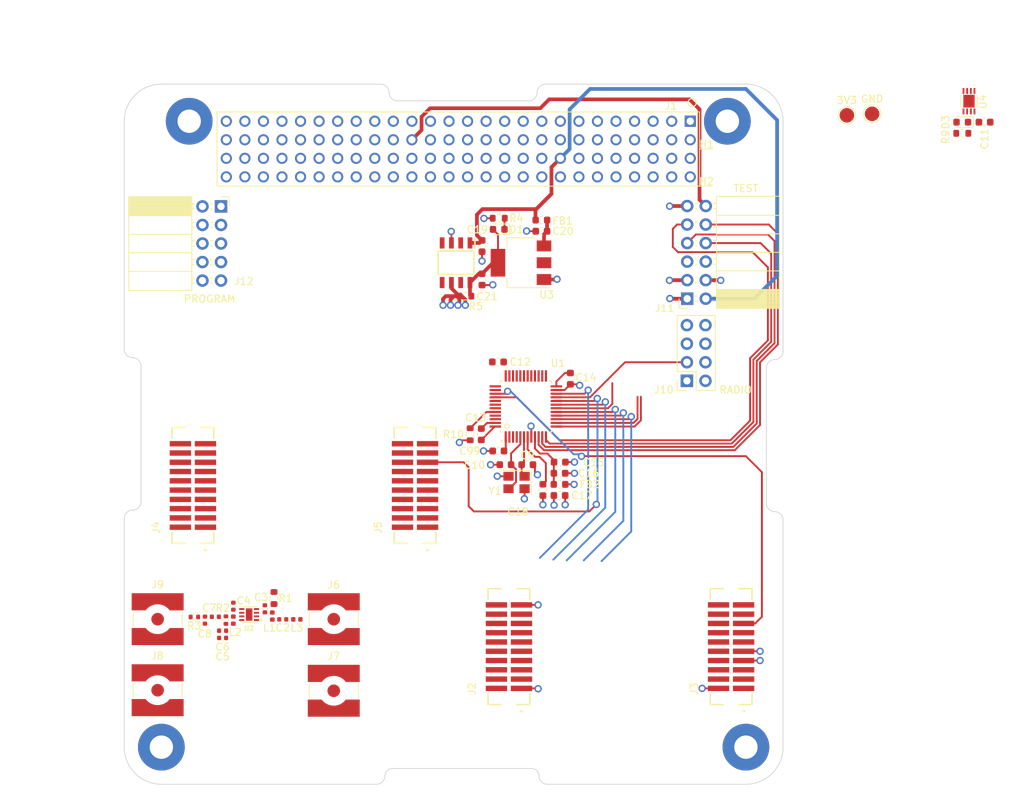
<source format=kicad_pcb>
(kicad_pcb (version 20211014) (generator pcbnew)
  (layers (0 "F.Cu" signal) (1 "In1.Cu" signal) (2 "In2.Cu" signal) (31 "B.Cu" signal) (34 "B.Paste" user) (35 "F.Paste" user) (36 "B.SilkS" user "B.Silkscreen") (37 "F.SilkS" user "F.Silkscreen") (38 "B.Mask" user) (39 "F.Mask" user) (44 "Edge.Cuts" user))
  (net 0 "")
  (net 5 "Net-(C2-Pad1)")
  (net 6 "/RF Front End (Tx & Rx)/EM-TO-AMP")
  (net 7 "Net-(C2-Pad2)")
  (net 8 "Net-(C3-Pad1)")
  (net 36 "GND")
  (net 45 "I2C2-SCK")
  (net 47 "I2C1-SDA")
  (net 61 "AMP-ENABLE")
  (net 64 "+3V3")
  (net 65 "Net-(C7-Pad1)")
  (net 67 "Net-(C7-Pad2)")
  (net 71 "XOSC_OUT")
  (net 93 "XOSC_IN")
  (net 96 "+3.3VA")
  (net 100 "/NRST")
  (net 101 "SW6-5V")
  (net 108 "VCC_3V3")
  (net 109 "Net-(D1-Pad1)")
  (net 110 "Net-(D3-Pad2)")
  (net 111 "COMM-TXD")
  (net 112 "COMM-RXD")
  (net 113 "COMM-CTS")
  (net 114 "COMM-RTS")
  (net 115 "5V0-CHG")
  (net 128 "SPI1-CSN-RX")
  (net 130 "SPI1-SCLK")
  (net 132 "SPI1-MOSI")
  (net 133 "SPI1-MISO")
  (net 134 "unconnected-(J3-Pad01)")
  (net 145 "RESET-RX")
  (net 163 "SPI1-CSN-TX")
  (net 177 "RESET-TX")
  (net 183 "/RF Front End (Tx & Rx)/RX-TO-EM")
  (net 184 "/RF Front End (Tx & Rx)/AMP-TO-EXT")
  (net 187 "CURR-MONITOR")
  (net 189 "/BOOT0")
  (net 191 "I2C2-SDA")
  (net 192 "TEMP-ALERT")
  (net 193 "Net-(C20-Pad1)")
  (net 194 "SPI2-CE")
  (net 195 "SPI2-SCLK")
  (net 196 "SPI2-MISO")
  (net 197 "SPI2-IRQ")
  (net 198 "SPI2-MOSI")
  (net 199 "SPI2-CSN")
  (net 200 "I2C1-SCK")
  (net 201 "SYS-GPIO2")
  (net 202 "SYS-GPIO1")
  (net 203 "SYS-GPIO4")
  (net 204 "SYS-GPIO3")
  (net 205 "GND-CHG")
  (net 206 "NRST")
  (net 209 "SWCLK")
  (net 210 "SWDIO")
  (footprint "Capacitor_SMD:C_0402_1005Metric" (layer "F.Cu") (at 124.1532 118.491 90)
    (fp_text reference "C4")
    (fp_text value "1000p")
  )
  (footprint "MountingHole:MountingHole_3.2mm_M3_Pad_TopBottom" (layer "F.Cu") (at 191.77 52.07)
    (fp_text reference "H2")
    (fp_text value "MountingHole_Pad")
  )
  (footprint "Capacitor_SMD:C_0402_1005Metric" (layer "F.Cu") (at 120.267 120.396 -90)
    (fp_text reference "C8")
    (fp_text value "1p8")
  )
  (footprint "Capacitor_SMD:C_0603_1608Metric" (layer "F.Cu") (at 226.9744 52.197)
    (fp_text reference "C11")
    (fp_text value "0.1uF")
  )
  (footprint "Capacitor_SMD:C_0402_1005Metric" (layer "F.Cu") (at 128.4712 118.8466 90)
    (fp_text reference "C3")
    (fp_text value "1000p")
  )
  (footprint "Capacitor_SMD:C_0603_1608Metric" (layer "F.Cu") (at 158.1908 73.7362 -90)
    (fp_text reference "C21")
    (fp_text value "22u")
  )
  (footprint "qset-footprints:SAMTEC_TFM-110-02-SM-D-A-K-TR" (layer "F.Cu") (at 161.8774 124.0282 90)
    (fp_text reference "J2")
    (fp_text value "TFM-110-02-SM-D-A-K-TR")
  )
  (footprint "Capacitor_SMD:C_0603_1608Metric" (layer "F.Cu") (at 164.3888 99.1108)
    (fp_text reference "C9")
    (fp_text value "10p")
  )
  (footprint "MountingHole:MountingHole_3.2mm_M3_Pad_TopBottom" (layer "F.Cu") (at 118.11 52.07)
    (fp_text reference "H1")
    (fp_text value "MountingHole_Pad")
  )
  (footprint "Inductor_SMD:L_0402_1005Metric" (layer "F.Cu") (at 124.1532 120.396 90)
    (fp_text reference "L2")
    (fp_text value "22n")
  )
  (footprint "Capacitor_SMD:C_0603_1608Metric" (layer "F.Cu") (at 160.4264 97.2312 180)
    (fp_text reference "C99")
    (fp_text value "100n")
  )
  (footprint "Capacitor_SMD:C_0603_1608Metric" (layer "F.Cu") (at 161.3916 99.1108 180)
    (fp_text reference "C10")
    (fp_text value "10p")
  )
  (footprint "MountingHole:MountingHole_3.2mm_M3_Pad_TopBottom" (layer "F.Cu") (at 114.3 137.795)
    (fp_text reference "H4")
    (fp_text value "MountingHole_Pad")
  )
  (footprint "Capacitor_SMD:C_0603_1608Metric" (layer "F.Cu") (at 166.3188 67.1322 180)
    (fp_text reference "C20")
    (fp_text value "22u")
  )
  (footprint "Resistor_SMD:R_0402_1005Metric" (layer "F.Cu") (at 123.1372 120.396 90)
    (fp_text reference "R2")
    (fp_text value "330")
  )
  (footprint "Capacitor_SMD:C_0603_1608Metric" (layer "F.Cu") (at 158.0896 94.9452 90)
    (fp_text reference "C13")
    (fp_text value "100n")
  )
  (footprint "Capacitor_SMD:C_0603_1608Metric" (layer "F.Cu") (at 168.8214 98.7552)
    (fp_text reference "C15")
    (fp_text value "10n")
  )
  (footprint "Capacitor_SMD:C_0402_1005Metric" (layer "F.Cu") (at 121.6894 119.9388 180)
    (fp_text reference "C7")
    (fp_text value "10p")
  )
  (footprint "Connector_Coaxial:SMA_Amphenol_132134-10_Vertical" (layer "F.Cu") (at 113.792 129.9972)
    (fp_text reference "J8")
    (fp_text value "Conn_Coaxial")
  )
  (footprint "TestPoint:TestPoint_Pad_D2.0mm" (layer "F.Cu") (at 211.582 51.054 180)
    (fp_text reference "TP2")
    (fp_text value "GND")
  )
  (footprint "LED_SMD:LED_0603_1608Metric" (layer "F.Cu") (at 160.4768 66.8782 180)
    (fp_text reference "D1")
    (fp_text value "LED")
  )
  (footprint "Capacitor_SMD:C_0603_1608Metric" (layer "F.Cu") (at 160.3756 85.0392)
    (fp_text reference "C12")
    (fp_text value "100n")
  )
  (footprint "Capacitor_SMD:C_0603_1608Metric" (layer "F.Cu") (at 168.7959 100.2792)
    (fp_text reference "C16")
    (fp_text value "1u")
  )
  (footprint "TestPoint:TestPoint_Pad_D2.0mm" (layer "F.Cu") (at 208.1276 51.2572 180)
    (fp_text reference "TP1")
    (fp_text value "3V3")
  )
  (footprint "qset-footprints:MCP9808T-E&slash_MC" (layer "F.Cu") (at 224.8408 49.3268 -90)
    (fp_text reference "U4")
    (fp_text value "MCP9808T-E/MC")
  )
  (footprint "Resistor_SMD:R_0603_1608Metric" (layer "F.Cu") (at 129.7158 117.3734 -90)
    (fp_text reference "R1")
    (fp_text value "9.1k")
  )
  (footprint "STM32_Breakout:SOIC127P600X175-8N" (layer "F.Cu") (at 154.6348 71.4502 -90)
    (fp_text reference "MAX4372F1")
    (fp_text value "MAX4372FESA+" hide)
  )
  (footprint "Capacitor_SMD:C_0603_1608Metric" (layer "F.Cu") (at 168.7959 103.3272 180)
    (fp_text reference "C17")
    (fp_text value "1u")
  )
  (footprint "Resistor_SMD:R_0603_1608Metric" (layer "F.Cu") (at 155.9048 76.0222 180)
    (fp_text reference "R5")
    (fp_text value "100m")
  )
  (footprint "Crystal:Crystal_SMD_3225-4Pin_3.2x2.5mm" (layer "F.Cu") (at 162.9156 101.5492 180)
    (fp_text reference "Y1")
    (fp_text value "16 MHz")
  )
  (footprint "Capacitor_SMD:C_0402_1005Metric" (layer "F.Cu") (at 122.68 121.8438 180)
    (fp_text reference "C6")
    (fp_text value "10p")
  )
  (footprint "Connector_Coaxial:SMA_Amphenol_132134-10_Vertical" (layer "F.Cu") (at 137.8966 120.269)
    (fp_text reference "J6")
    (fp_text value "Conn_Coaxial")
  )
  (footprint "Inductor_SMD:L_0603_1608Metric" (layer "F.Cu") (at 168.7959 101.8032)
    (fp_text reference "FB2")
    (fp_text value "100R @ 100MHz")
  )
  (footprint "Resistor_SMD:R_0603_1608Metric" (layer "F.Cu") (at 156.5656 94.9452 -90)
    (fp_text reference "R10")
    (fp_text value "10k")
  )
  (footprint "Connector_Coaxial:SMA_Amphenol_132134-10_Vertical" (layer "F.Cu") (at 113.792 120.269)
    (fp_text reference "J9")
    (fp_text value "Conn_Coaxial")
  )
  (footprint "Resistor_SMD:R_0402_1005Metric" (layer "F.Cu") (at 118.8192 119.9642 180)
    (fp_text reference "R3")
    (fp_text value "15")
  )
  (footprint "Inductor_SMD:L_0603_1608Metric" (layer "F.Cu") (at 166.3188 65.6082 180)
    (fp_text reference "FB1")
    (fp_text value "100R @ 100 MHz")
  )
  (footprint "pc104-template:pc104-connector" (layer "F.Cu") (at 156.21 54.61 -90)
    (fp_text reference "J1")
    (fp_text value "PC104_Connector")
  )
  (footprint "Capacitor_SMD:C_0603_1608Metric" (layer "F.Cu") (at 166.5224 102.5652 -90)
    (fp_text reference "C18")
    (fp_text value "100u")
  )
  (footprint "Capacitor_SMD:C_0402_1005Metric" (layer "F.Cu") (at 130.912 120.2944 180)
    (fp_text reference "C2")
    (fp_text value "20p")
  )
  (footprint "qset-footprints:SAMTEC_TFM-110-02-SM-D-A-K-TR" (layer "F.Cu") (at 118.618 101.9556 90)
    (fp_text reference "J4")
    (fp_text value "TFM-110-02-SM-D-A-K-TR")
  )
  (footprint "Connector_PinSocket_2.54mm:PinSocket_2x04_P2.54mm_Vertical" (layer "F.Cu") (at 186.2328 87.62 180)
    (fp_text reference "J10")
    (fp_text value "Radio Test Connector")
  )
  (footprint "Connector_Coaxial:SMA_Amphenol_132134-10_Vertical" (layer "F.Cu") (at 137.8966 130.0734)
    (fp_text reference "J7")
    (fp_text value "Conn_Coaxial")
  )
  (footprint "qset-footprints:SAMTEC_TFM-110-02-SM-D-A-K-TR" (layer "F.Cu") (at 149.0218 101.9556 90)
    (fp_text reference "J5")
    (fp_text value "TFM-110-02-SM-D-A-K-TR")
  )
  (footprint "Inductor_SMD:L_0402_1005Metric" (layer "F.Cu") (at 132.8424 120.2944 180)
    (fp_text reference "L3")
    (fp_text value "12n")
  )
  (footprint "qset-footprints:QFP50P900X900X160-48N" (layer "F.Cu") (at 164.1856 91.1352 90)
    (fp_text reference "U1")
    (fp_text value "STM32F030CCT6")
  )
  (footprint "MountingHole:MountingHole_3.2mm_M3_Pad_TopBottom" (layer "F.Cu") (at 194.31 137.795)
    (fp_text reference "H3")
    (fp_text value "MountingHole_Pad")
  )
  (footprint "Capacitor_SMD:C_0603_1608Metric" (layer "F.Cu") (at 158.1908 69.1642 -90)
    (fp_text reference "C19")
    (fp_text value "100n")
  )
  (footprint "Resistor_SMD:R_0603_1608Metric" (layer "F.Cu") (at 223.9264 53.721)
    (fp_text reference "R9")
    (fp_text value "2.2k")
  )
  (footprint "Connector_PinSocket_2.54mm:PinSocket_2x05_P2.54mm_Horizontal" (layer "F.Cu") (at 122.465 63.734)
    (fp_text reference "J12")
    (fp_text value "Programming Header")
  )
  (footprint "Package_TO_SOT_SMD:SOT-223-3_TabPin2" (layer "F.Cu") (at 163.5248 71.4502 180)
    (fp_text reference "U3")
    (fp_text value "AMS1117-3.3")
  )
  (footprint "Connector_PinSocket_2.54mm:PinSocket_2x06_P2.54mm_Horizontal" (layer "F.Cu") (at 186.272 76.3782 180)
    (fp_text reference "J11")
    (fp_text value "System Test Connector")
  )
  (footprint "qset-footprints:SAMTEC_TFM-110-02-SM-D-A-K-TR" (layer "F.Cu") (at 192.278 124.0282 90)
    (fp_text reference "J3")
    (fp_text value "TFM-110-02-SM-D-A-K-TR")
  )
  (footprint "Capacitor_SMD:C_0402_1005Metric" (layer "F.Cu") (at 122.68 122.8344 180)
    (fp_text reference "C5")
    (fp_text value "1000p")
  )
  (footprint "qset-footprints:SON50P200X200X80-9N" (layer "F.Cu") (at 126.3122 119.634 180)
    (fp_text reference "U2")
    (fp_text value "SKY67150-396LF")
  )
  (footprint "Resistor_SMD:R_0603_1608Metric" (layer "F.Cu") (at 160.4768 65.3542)
    (fp_text reference "R4")
    (fp_text value "1k5")
  )
  (footprint "Diode_SMD:D_0603_1608Metric" (layer "F.Cu") (at 223.9264 52.197 180)
    (fp_text reference "D3")
    (fp_text value "RED")
  )
  (footprint "Inductor_SMD:L_0402_1005Metric" (layer "F.Cu") (at 129.4872 119.8372 90)
    (fp_text reference "L1")
    (fp_text value "150n")
  )
  (footprint "Capacitor_SMD:C_0603_1608Metric" (layer "F.Cu") (at 170.2816 87.3252 -90)
    (fp_text reference "C14")
    (fp_text value "100n")
  )
  (gr_circle (center 186.944 49.53) (end 187.452 49.276) (layer "F.SilkS") (width 0.15) (fill none))
  (gr_arc (start 109.22 52.07) (mid 110.707898 48.477898) (end 114.3 46.99) (layer "Edge.Cuts") (width 0.1))
  (gr_arc (start 144.318223 46.99) (mid 145.126446 47.324777) (end 145.461223 48.133) (layer "Edge.Cuts") (width 0.1))
  (gr_line (start 199.39 83.566) (end 199.39 52.07) (layer "Edge.Cuts") (width 0.1))
  (gr_arc (start 110.363 84.455) (mid 111.171223 84.789777) (end 111.506 85.598) (layer "Edge.Cuts") (width 0.1))
  (gr_arc (start 109.22 106.472223) (mid 109.554777 105.664) (end 110.363 105.329223) (layer "Edge.Cuts") (width 0.1))
  (gr_line (start 146.604223 49.276) (end 164.592 49.276) (layer "Edge.Cuts") (width 0.1))
  (gr_arc (start 199.39 137.795) (mid 197.902102 141.387102) (end 194.31 142.875) (layer "Edge.Cuts") (width 0.1))
  (gr_arc (start 199.39 83.566) (mid 199.055223 84.374223) (end 198.247 84.709) (layer "Edge.Cuts") (width 0.1))
  (gr_line (start 114.3 46.99) (end 144.318223 46.99) (layer "Edge.Cuts") (width 0.1))
  (gr_line (start 109.22 106.472223) (end 109.22 137.795) (layer "Edge.Cuts") (width 0.1))
  (gr_arc (start 165.735 48.133) (mid 165.400223 48.941223) (end 164.592 49.276) (layer "Edge.Cuts") (width 0.1))
  (gr_arc (start 197.104 85.852) (mid 197.438777 85.043777) (end 198.247 84.709) (layer "Edge.Cuts") (width 0.1))
  (gr_arc (start 165.735 48.133) (mid 166.069777 47.324777) (end 166.878 46.99) (layer "Edge.Cuts") (width 0.1))
  (gr_line (start 166.878 46.99) (end 194.31 46.99) (layer "Edge.Cuts") (width 0.1))
  (gr_arc (start 167.132 142.875) (mid 166.323777 142.540223) (end 165.989 141.732) (layer "Edge.Cuts") (width 0.1))
  (gr_arc (start 198.247 105.537) (mid 197.438777 105.202223) (end 197.104 104.394) (layer "Edge.Cuts") (width 0.1))
  (gr_line (start 167.132 142.875) (end 194.31 142.875) (layer "Edge.Cuts") (width 0.1))
  (gr_line (start 197.104 104.394) (end 197.104 85.852) (layer "Edge.Cuts") (width 0.1))
  (gr_line (start 199.39 137.795) (end 199.39 106.68) (layer "Edge.Cuts") (width 0.1))
  (gr_line (start 114.3 142.875) (end 143.764 142.875) (layer "Edge.Cuts") (width 0.1))
  (gr_line (start 145.923 140.716) (end 164.973 140.716) (layer "Edge.Cuts") (width 0.1))
  (gr_arc (start 144.907 141.732) (mid 145.20458 141.01358) (end 145.923 140.716) (layer "Edge.Cuts") (width 0.1))
  (gr_arc (start 164.973 140.716) (mid 165.69142 141.01358) (end 165.989 141.732) (layer "Edge.Cuts") (width 0.1))
  (gr_arc (start 144.907 141.732) (mid 144.572223 142.540223) (end 143.764 142.875) (layer "Edge.Cuts") (width 0.1))
  (gr_arc (start 198.247 105.537) (mid 199.055223 105.871777) (end 199.39 106.68) (layer "Edge.Cuts") (width 0.1))
  (gr_arc (start 146.604223 49.276) (mid 145.796 48.941223) (end 145.461223 48.133) (layer "Edge.Cuts") (width 0.1))
  (gr_line (start 111.506 85.598) (end 111.506 104.186223) (layer "Edge.Cuts") (width 0.1))
  (gr_arc (start 111.506 104.186223) (mid 111.171223 104.994446) (end 110.363 105.329223) (layer "Edge.Cuts") (width 0.1))
  (gr_line (start 109.22 52.07) (end 109.22 83.312) (layer "Edge.Cuts") (width 0.1))
  (gr_arc (start 114.3 142.875) (mid 110.707898 141.387102) (end 109.22 137.795) (layer "Edge.Cuts") (width 0.1))
  (gr_arc (start 194.31 46.99) (mid 197.902102 48.477898) (end 199.39 52.07) (layer "Edge.Cuts") (width 0.1))
  (gr_arc (start 110.363 84.455) (mid 109.554777 84.120223) (end 109.22 83.312) (layer "Edge.Cuts") (width 0.1))
  (gr_text "RADIO" (at 192.8876 88.8492) (layer "F.SilkS") (effects (font (size 1 1))))
  (gr_text "TEST" (at 194.31 61.2648) (layer "F.SilkS") (effects (font (size 1 1))))
  (gr_text "PROGRAM" (at 120.904 76.4032) (layer "F.SilkS") (effects (font (size 1 1))))
  (segment (start 164.9356 93.8664) (end 164.8968 93.8276) (width 0.254) (layer "F.Cu") (net 36))
  (segment (start 188.812 73.8382) (end 190.8306 73.8382) (width 0.508) (layer "F.Cu") (net 36))
  (segment (start 166.5224 103.3402) (end 166.5224 104.5972) (width 0.254) (layer "F.Cu") (net 36))
  (segment (start 164.0156 102.3992) (end 164.0156 103.7512) (width 0.254) (layer "F.Cu") (net 36))
  (segment (start 168.0209 103.3272) (end 168.0209 104.6225) (width 0.254) (layer "F.Cu") (net 36))
  (segment (start 190.8306 73.8382) (end 190.8556 73.8632) (width 0.508) (layer "F.Cu") (net 36))
  (segment (start 186.272 73.8382) (end 183.8702 73.8382) (width 0.508) (layer "F.Cu") (net 36))
  (segment (start 169.5964 98.7552) (end 170.8404 98.7552) (width 0.254) (layer "F.Cu") (net 36))
  (segment (start 190.563 129.7432) (end 188.3156 129.7432) (width 0.254) (layer "F.Cu") (net 36))
  (segment (start 163.7194 118.1862) (end 163.5924 118.3132) (width 0.254) (layer "F.Cu") (net 36))
  (segment (start 163.7194 129.8702) (end 163.5924 129.7432) (width 0.254) (layer "F.Cu") (net 36))
  (segment (start 163.5924 129.7432) (end 165.8112 129.7432) (width 0.254) (layer "F.Cu") (net 36))
  (segment (start 171.4122 88.1002) (end 171.5516 88.2396) (width 0.254) (layer "F.Cu") (net 36))
  (segment (start 165.4308 99.2098) (end 165.4308 100.1372) (width 0.254) (layer "F.Cu") (net 36))
  (segment (start 170.2816 88.1002) (end 171.4122 88.1002) (width 0.254) (layer "F.Cu") (net 36))
  (segment (start 159.6514 97.2312) (end 158.3944 97.2312) (width 0.254) (layer "F.Cu") (net 36))
  (segment (start 158.1908 74.5112) (end 159.626 74.5112) (width 0.254) (layer "F.Cu") (net 36))
  (segment (start 164.0156 103.7512) (end 163.9824 103.7844) (width 0.254) (layer "F.Cu") (net 36))
  (segment (start 158.8746 93.3852) (end 158.0896 94.1702) (width 0.254) (layer "F.Cu") (net 36))
  (segment (start 158.4706 65.3542) (end 158.4452 65.3796) (width 0.254) (layer "F.Cu") (net 36))
  (segment (start 168.3656 88.8852) (end 169.4966 88.8852) (width 0.254) (layer "F.Cu") (net 36))
  (segment (start 160.2876 100.6992) (end 160.274 100.6856) (width 0.254) (layer "F.Cu") (net 36))
  (segment (start 165.5438 67.1322) (end 164.3126 67.1322) (width 0.254) (layer "F.Cu") (net 36))
  (segment (start 161.8156 100.6992) (end 160.2876 100.6992) (width 0.254) (layer "F.Cu") (net 36))
  (segment (start 160.0056 93.3852) (end 158.8746 93.3852) (width 0.254) (layer "F.Cu") (net 36))
  (segment (start 163.5924 118.3132) (end 165.862 118.3132) (width 0.254) (layer "F.Cu") (net 36))
  (segment (start 159.626 74.5112) (end 159.6644 74.4728) (width 0.254) (layer "F.Cu") (net 36))
  (segment (start 169.5709 100.2792) (end 170.8404 100.2792) (width 0.254) (layer "F.Cu") (net 36))
  (segment (start 153.9998 68.7382) (end 153.9998 67.1826) (width 0.254) (layer "F.Cu") (net 36))
  (segment (start 159.6518 65.3542) (end 158.4706 65.3542) (width 0.254) (layer "F.Cu") (net 36))
  (segment (start 164.9356 95.3152) (end 164.9356 93.8664) (width 0.254) (layer "F.Cu") (net 36))
  (segment (start 158.1908 69.9392) (end 158.1908 71.2212) (width 0.254) (layer "F.Cu") (net 36))
  (segment (start 168.4134 73.7502) (end 168.4528 73.7108) (width 0.508) (layer "F.Cu") (net 36))
  (segment (start 156.5656 95.7702) (end 155.385 95.7702) (width 0.254) (layer "F.Cu") (net 36))
  (segment (start 165.8112 129.7432) (end 165.862 129.794) (width 0.254) (layer "F.Cu") (net 36))
  (segment (start 165.4308 100.1372) (end 165.7734 100.4798) (width 0.254) (layer "F.Cu") (net 36))
  (segment (start 153.9998 67.1826) (end 153.9748 67.1576) (width 0.254) (layer "F.Cu") (net 36))
  (segment (start 155.385 95.7702) (end 155.0924 96.0628) (width 0.254) (layer "F.Cu") (net 36))
  (segment (start 168.0209 104.6225) (end 168.0464 104.648) (width 0.254) (layer "F.Cu") (net 36))
  (segment (start 164.3126 67.1322) (end 164.2872 67.1068) (width 0.254) (layer "F.Cu") (net 36))
  (segment (start 160.6166 99.1108) (end 159.3596 99.1108) (width 0.254) (layer "F.Cu") (net 36))
  (segment (start 169.4966 88.8852) (end 170.2816 88.1002) (width 0.254) (layer "F.Cu") (net 36))
  (segment (start 158.1908 71.2212) (end 158.1912 71.2216) (width 0.254) (layer "F.Cu") (net 36))
  (segment (start 166.6748 73.7502) (end 168.4134 73.7502) (width 0.508) (layer "F.Cu") (net 36))
  (segment (start 183.8702 73.8382) (end 183.8452 73.8632) (width 0.508) (layer "F.Cu") (net 36))
  (via (at 165.862 129.794) (size 1) (drill 0.6) (layers "F.Cu" "B.Cu") (net 36))
  (via (at 153.9748 67.1576) (size 1) (drill 0.6) (layers "F.Cu" "B.Cu") (net 36))
  (via (at 163.9824 103.7844) (size 1) (drill 0.6) (layers "F.Cu" "B.Cu") (net 36))
  (via (at 164.2872 67.1068) (size 1) (drill 0.6) (layers "F.Cu" "B.Cu") (net 36))
  (via (at 155.0924 96.0628) (size 1) (drill 0.6) (layers "F.Cu" "B.Cu") (net 36))
  (via (at 183.8452 73.8632) (size 1) (drill 0.6) (layers "F.Cu" "B.Cu") (net 36))
  (via (at 159.6644 74.4728) (size 1) (drill 0.6) (layers "F.Cu" "B.Cu") (net 36))
  (via (at 159.3596 99.1108) (size 1) (drill 0.6) (layers "F.Cu" "B.Cu") (net 36))
  (via (at 188.3156 129.7432) (size 1) (drill 0.6) (layers "F.Cu" "B.Cu") (net 36))
  (via (at 166.5224 104.5972) (size 1) (drill 0.6) (layers "F.Cu" "B.Cu") (net 36))
  (via (at 158.3944 97.2312) (size 1) (drill 0.6) (layers "F.Cu" "B.Cu") (net 36))
  (via (at 171.5516 88.2396) (size 1) (drill 0.6) (layers "F.Cu" "B.Cu") (net 36))
  (via (at 170.8404 98.7552) (size 1) (drill 0.6) (layers "F.Cu" "B.Cu") (net 36))
  (via (at 158.1912 71.2216) (size 1) (drill 0.6) (layers "F.Cu" "B.Cu") (net 36))
  (via (at 158.4452 65.3796) (size 1) (drill 0.6) (layers "F.Cu" "B.Cu") (net 36))
  (via (at 165.862 118.3132) (size 1) (drill 0.6) (layers "F.Cu" "B.Cu") (net 36))
  (via (at 168.4528 73.7108) (size 1) (drill 0.6) (layers "F.Cu" "B.Cu") (net 36))
  (via (at 160.274 100.6856) (size 1) (drill 0.6) (layers "F.Cu" "B.Cu") (net 36))
  (via (at 164.8968 93.8276) (size 1) (drill 0.6) (layers "F.Cu" "B.Cu") (net 36))
  (via (at 168.0464 104.648) (size 1) (drill 0.6) (layers "F.Cu" "B.Cu") (net 36))
  (via (at 165.7734 100.4798) (size 1) (drill 0.6) (layers "F.Cu" "B.Cu") (net 36))
  (via (at 190.8556 73.8632) (size 1) (drill 0.6) (layers "F.Cu" "B.Cu") (net 36))
  (via (at 170.8404 100.2792) (size 1) (drill 0.6) (layers "F.Cu" "B.Cu") (net 36))
  (segment (start 172.2348 89.3852) (end 172.72 88.9) (width 0.254) (layer "F.Cu") (net 61))
  (segment (start 168.3656 89.3852) (end 172.2348 89.3852) (width 0.254) (layer "F.Cu") (net 61))
  (via (at 172.72 88.9) (size 1) (drill 0.6) (layers "F.Cu" "B.Cu") (net 61))
  (segment (start 172.72 88.9) (end 172.72 105.2576) (width 0.254) (layer "B.Cu") (net 61))
  (segment (start 172.72 105.2576) (end 166.116 111.8616) (width 0.254) (layer "B.Cu") (net 61))
  (segment (start 153.2128 76.0476) (end 152.8572 76.4032) (width 0.508) (layer "F.Cu") (net 64))
  (segment (start 153.9998 74.9422) (end 153.9998 74.1622) (width 0.508) (layer "F.Cu") (net 64))
  (segment (start 169.5709 101.8157) (end 169.5834 101.8032) (width 0.254) (layer "F.Cu") (net 64))
  (segment (start 153.8732 76.5048) (end 153.8732 77.2668) (width 0.508) (layer "F.Cu") (net 64))
  (segment (start 155.0798 76.0222) (end 154.3558 76.0222) (width 0.508) (layer "F.Cu") (net 64))
  (segment (start 153.924 76.454) (end 153.8732 76.5048) (width 0.508) (layer "F.Cu") (net 64))
  (segment (start 155.9052 76.5048) (end 155.9052 77.2668) (width 0.508) (layer "F.Cu") (net 64))
  (segment (start 159.9246 93.8852) (end 158.0896 95.7202) (width 0.254) (layer "F.Cu") (net 64))
  (segment (start 168.3656 88.3852) (end 168.3656 87.7172) (width 0.254) (layer "F.Cu") (net 64))
  (segment (start 155.0798 76.0222) (end 153.2382 76.0222) (width 0.508) (layer "F.Cu") (net 64))
  (segment (start 169.5326 86.5502) (end 170.2816 86.5502) (width 0.254) (layer "F.Cu") (net 64))
  (segment (start 155.0798 77.0762) (end 154.8892 77.2668) (width 0.508) (layer "F.Cu") (net 64))
  (segment (start 160.0056 93.8852) (end 159.9246 93.8852) (width 0.254) (layer "F.Cu") (net 64))
  (segment (start 155.0798 76.0222) (end 155.4226 76.0222) (width 0.508) (layer "F.Cu") (net 64))
  (segment (start 186.272 76.3782) (end 183.9218 76.3782) (width 0.508) (layer "F.Cu") (net 64))
  (segment (start 169.5709 103.3272) (end 169.5709 104.5967) (width 0.254) (layer "F.Cu") (net 64))
  (segment (start 161.4356 96.997) (end 161.2014 97.2312) (width 0.254) (layer "F.Cu") (net 64))
  (segment (start 152.8572 76.4032) (end 152.8572 77.2668) (width 0.508) (layer "F.Cu") (net 64))
  (segment (start 169.5834 101.8032) (end 170.7896 101.8032) (width 0.254) (layer "F.Cu") (net 64))
  (segment (start 193.993 125.9332) (end 196.2404 125.9332) (width 0.254) (layer "F.Cu") (net 64))
  (segment (start 153.2382 76.0222) (end 153.2128 76.0476) (width 0.508) (layer "F.Cu") (net 64))
  (segment (start 155.0798 76.0222) (end 155.0798 77.0762) (width 0.508) (layer "F.Cu") (net 64))
  (segment (start 169.5709 104.5967) (end 169.5704 104.5972) (width 0.254) (layer "F.Cu") (net 64))
  (segment (start 154.3558 76.0222) (end 153.924 76.454) (width 0.508) (layer "F.Cu") (net 64))
  (segment (start 155.8036 76.4032) (end 155.9052 76.5048) (width 0.508) (layer "F.Cu") (net 64))
  (segment (start 161.4356 95.3152) (end 161.4356 96.997) (width 0.254) (layer "F.Cu") (net 64))
  (segment (start 193.993 124.6632) (end 196.2404 124.6632) (width 0.254) (layer "F.Cu") (net 64))
  (segment (start 155.4226 76.0222) (end 155.8036 76.4032) (width 0.508) (layer "F.Cu") (net 64))
  (segment (start 183.9218 76.3782) (end 183.896 76.3524) (width 0.508) (layer "F.Cu") (net 64))
  (segment (start 168.3656 87.7172) (end 169.5326 86.5502) (width 0.254) (layer "F.Cu") (net 64))
  (segment (start 155.0798 76.0222) (end 153.9998 74.9422) (width 0.508) (layer "F.Cu") (net 64))
  (via (at 153.8732 77.2668) (size 1) (drill 0.6) (layers "F.Cu" "B.Cu") (net 64))
  (via (at 170.7896 101.8032) (size 1) (drill 0.6) (layers "F.Cu" "B.Cu") (net 64))
  (via (at 183.896 76.3524) (size 1) (drill 0.6) (layers "F.Cu" "B.Cu") (net 64))
  (via (at 154.8892 77.2668) (size 1) (drill 0.6) (layers "F.Cu" "B.Cu") (net 64))
  (via (at 169.5704 104.5972) (size 1) (drill 0.6) (layers "F.Cu" "B.Cu") (net 64))
  (via (at 155.9052 77.2668) (size 1) (drill 0.6) (layers "F.Cu" "B.Cu") (net 64))
  (via (at 196.2404 124.6632) (size 1) (drill 0.6) (layers "F.Cu" "B.Cu") (net 64))
  (via (at 152.8572 77.2668) (size 1) (drill 0.6) (layers "F.Cu" "B.Cu") (net 64))
  (via (at 196.2404 125.9332) (size 1) (drill 0.6) (layers "F.Cu" "B.Cu") (net 64))
  (segment (start 163.6138 100.2974) (end 164.0156 100.6992) (width 0.254) (layer "F.Cu") (net 71))
  (segment (start 163.6438 98.9728) (end 163.8808 99.2098) (width 0.254) (layer "F.Cu") (net 71))
  (segment (start 163.9356 95.3152) (end 163.9356 98.789) (width 0.254) (layer "F.Cu") (net 71))
  (segment (start 163.9356 98.789) (end 163.6138 99.1108) (width 0.254) (layer "F.Cu") (net 71))
  (segment (start 163.6138 99.1108) (end 163.6138 100.2974) (width 0.254) (layer "F.Cu") (net 71))
  (segment (start 163.8808 100.5618) (end 164.2188 100.8998) (width 0.254) (layer "F.Cu") (net 71))
  (segment (start 163.4356 96.3048) (end 162.1666 97.5738) (width 0.254) (layer "F.Cu") (net 93))
  (segment (start 162.1666 99.1108) (end 162.2044 99.1108) (width 0.254) (layer "F.Cu") (net 93))
  (segment (start 162.2044 99.1108) (end 162.8426 99.749) (width 0.254) (layer "F.Cu") (net 93))
  (segment (start 162.3698 99.1968) (end 162.3828 99.2098) (width 0.254) (layer "F.Cu") (net 93))
  (segment (start 161.9156 102.3992) (end 161.8156 102.3992) (width 0.254) (layer "F.Cu") (net 93))
  (segment (start 162.0832 102.6642) (end 162.0188 102.5998) (width 0.254) (layer "F.Cu") (net 93))
  (segment (start 162.8426 99.749) (end 162.8426 101.4722) (width 0.254) (layer "F.Cu") (net 93))
  (segment (start 162.1666 97.5738) (end 162.1666 99.1108) (width 0.254) (layer "F.Cu") (net 93))
  (segment (start 163.4356 95.3152) (end 163.4356 96.3048) (width 0.254) (layer "F.Cu") (net 93))
  (segment (start 162.8426 101.4722) (end 161.9156 102.3992) (width 0.254) (layer "F.Cu") (net 93))
  (segment (start 165.4356 96.9064) (end 166.1096 97.5804) (width 0.254) (layer "F.Cu") (net 96))
  (segment (start 168.0464 98.4948) (end 168.0464 98.7552) (width 0.254) (layer "F.Cu") (net 96))
  (segment (start 168.0209 98.7807) (end 168.0464 98.7552) (width 0.254) (layer "F.Cu") (net 96))
  (segment (start 168.0084 100.2917) (end 168.0209 100.2792) (width 0.254) (layer "F.Cu") (net 96))
  (segment (start 166.1096 97.5804) (end 167.132 97.5804) (width 0.254) (layer "F.Cu") (net 96))
  (segment (start 165.4356 95.3152) (end 165.4356 96.9064) (width 0.254) (layer "F.Cu") (net 96))
  (segment (start 167.132 97.5804) (end 168.0464 98.4948) (width 0.254) (layer "F.Cu") (net 96))
  (segment (start 168.0209 100.2792) (end 168.0209 98.7807) (width 0.254) (layer "F.Cu") (net 96))
  (segment (start 168.0084 101.8032) (end 168.0084 100.2917) (width 0.254) (layer "F.Cu") (net 96))
  (segment (start 165.446 98.0344) (end 166.0652 98.0344) (width 0.254) (layer "F.Cu") (net 100))
  (segment (start 166.9288 98.898) (end 166.9288 101.3838) (width 0.254) (layer "F.Cu") (net 100))
  (segment (start 166.0652 98.0344) (end 166.9288 98.898) (width 0.254) (layer "F.Cu") (net 100))
  (segment (start 164.4356 97.024) (end 165.446 98.0344) (width 0.254) (layer "F.Cu") (net 100))
  (segment (start 164.4356 95.3152) (end 164.4356 97.024) (width 0.254) (layer "F.Cu") (net 100))
  (segment (start 166.9288 101.3838) (end 166.5224 101.7902) (width 0.254) (layer "F.Cu") (net 100))
  (segment (start 165.5064 64.2112) (end 165.5064 65.5833) (width 0.508) (layer "F.Cu") (net 101))
  (segment (start 165.5064 65.5833) (end 165.5313 65.6082) (width 0.508) (layer "F.Cu") (net 101))
  (segment (start 157.4912 64.8604) (end 158.242 64.1096) (width 0.508) (layer "F.Cu") (net 101))
  (segment (start 158.242 64.1096) (end 165.608 64.1096) (width 0.508) (layer "F.Cu") (net 101))
  (segment (start 158.1908 68.3892) (end 157.4912 67.6896) (width 0.508) (layer "F.Cu") (net 101))
  (segment (start 167.694 62.0236) (end 165.5064 64.2112) (width 0.508) (layer "F.Cu") (net 101))
  (segment (start 157.8418 68.7382) (end 158.1908 68.3892) (width 0.508) (layer "F.Cu") (net 101))
  (segment (start 157.4912 67.6896) (end 157.4912 64.8604) (width 0.508) (layer "F.Cu") (net 101))
  (segment (start 165.608 64.1096) (end 167.694 62.0236) (width 0.508) (layer "F.Cu") (net 101))
  (segment (start 156.5398 68.7382) (end 157.8418 68.7382) (width 0.508) (layer "F.Cu") (net 101))
  (segment (start 168.91 57.15) (end 167.694 58.366) (width 0.508) (layer "F.Cu") (net 101))
  (segment (start 167.694 58.366) (end 167.694 62.0236) (width 0.508) (layer "F.Cu") (net 101))
  (segment (start 198.5772 73.2536) (end 198.5772 51.9176) (width 0.508) (layer "B.Cu") (net 101))
  (segment (start 194.31 47.6504) (end 172.973289 47.6504) (width 0.508) (layer "B.Cu") (net 101))
  (segment (start 188.812 76.3782) (end 195.4526 76.3782) (width 0.508) (layer "B.Cu") (net 101))
  (segment (start 195.4526 76.3782) (end 198.5772 73.2536) (width 0.508) (layer "B.Cu") (net 101))
  (segment (start 172.973289 47.6504) (end 170.18 50.443689) (width 0.508) (layer "B.Cu") (net 101))
  (segment (start 170.18 55.88) (end 168.91 57.15) (width 0.508) (layer "B.Cu") (net 101))
  (segment (start 198.5772 51.9176) (end 194.31 47.6504) (width 0.508) (layer "B.Cu") (net 101))
  (segment (start 170.18 50.443689) (end 170.18 55.88) (width 0.508) (layer "B.Cu") (net 101))
  (segment (start 160.3748 67.5637) (end 160.3748 71.4502) (width 0.254) (layer "F.Cu") (net 108))
  (segment (start 156.5398 75.8322) (end 156.7298 76.0222) (width 0.508) (layer "F.Cu") (net 108))
  (segment (start 157.7408 72.9612) (end 156.5398 74.1622) (width 0.508) (layer "F.Cu") (net 108))
  (segment (start 158.1908 72.9612) (end 157.7408 72.9612) (width 0.508) (layer "F.Cu") (net 108))
  (segment (start 160.3748 71.4502) (end 159.7018 71.4502) (width 0.508) (layer "F.Cu") (net 108))
  (segment (start 159.7018 71.4502) (end 158.1908 72.9612) (width 0.508) (layer "F.Cu") (net 108))
  (segment (start 156.5398 74.1622) (end 156.5398 75.8322) (width 0.508) (layer "F.Cu") (net 108))
  (segment (start 159.6893 66.8782) (end 160.3748 67.5637) (width 0.254) (layer "F.Cu") (net 108))
  (segment (start 161.2643 65.3917) (end 161.3018 65.3542) (width 0.254) (layer "F.Cu") (net 109))
  (segment (start 161.2643 66.8782) (end 161.2643 65.3917) (width 0.254) (layer "F.Cu") (net 109))
  (segment (start 178.929222 93.3852) (end 179.286411 93.028011) (width 0.254) (layer "F.Cu") (net 113))
  (segment (start 168.3656 93.3852) (end 178.768748 93.3852) (width 0.254) (layer "F.Cu") (net 113))
  (segment (start 179.4764 92.838022) (end 179.4764 89.8144) (width 0.254) (layer "F.Cu") (net 113))
  (segment (start 179.286411 93.028011) (end 179.4764 92.838022) (width 0.254) (layer "F.Cu") (net 113))
  (segment (start 178.768748 93.3852) (end 178.929222 93.3852) (width 0.254) (layer "F.Cu") (net 113))
  (segment (start 168.3656 93.8852) (end 178.9108 93.8852) (width 0.254) (layer "F.Cu") (net 114))
  (segment (start 178.9108 93.8852) (end 179.071274 93.8852) (width 0.254) (layer "F.Cu") (net 114))
  (segment (start 179.9336 93.022874) (end 179.9336 92.6592) (width 0.254) (layer "F.Cu") (net 114))
  (segment (start 179.071274 93.8852) (end 179.9336 93.022874) (width 0.254) (layer "F.Cu") (net 114))
  (segment (start 179.9336 92.6592) (end 179.9304 92.656) (width 0.254) (layer "F.Cu") (net 114))
  (segment (start 179.9304 92.656) (end 179.9304 89.8144) (width 0.254) (layer "F.Cu") (net 114))
  (segment (start 167.386 49.0728) (end 166.1668 50.292) (width 0.508) (layer "F.Cu") (net 115))
  (segment (start 149.914 53.286) (end 148.59 54.61) (width 0.508) (layer "F.Cu") (net 115))
  (segment (start 188.812 63.6782) (end 187.962 62.8282) (width 0.508) (layer "F.Cu") (net 115))
  (segment (start 151.0792 50.292) (end 149.914 51.4572) (width 0.508) (layer "F.Cu") (net 115))
  (segment (start 186.589111 49.0728) (end 167.386 49.0728) (width 0.508) (layer "F.Cu") (net 115))
  (segment (start 149.914 51.4572) (end 149.914 53.286) (width 0.508) (layer "F.Cu") (net 115))
  (segment (start 166.1668 50.292) (end 151.0792 50.292) (width 0.508) (layer "F.Cu") (net 115))
  (segment (start 187.962 62.8282) (end 187.962 50.445689) (width 0.508) (layer "F.Cu") (net 115))
  (segment (start 187.962 50.445689) (end 186.589111 49.0728) (width 0.508) (layer "F.Cu") (net 115))
  (segment (start 174.697795 90.8852) (end 175.067398 90.515597) (width 0.254) (layer "F.Cu") (net 128))
  (segment (start 168.3656 90.8852) (end 174.697795 90.8852) (width 0.254) (layer "F.Cu") (net 128))
  (via (at 175.067398 90.515597) (size 1) (drill 0.6) (layers "F.Cu" "B.Cu") (net 128))
  (segment (start 175.067398 90.515597) (end 175.0568 90.526195) (width 0.254) (layer "B.Cu") (net 128))
  (segment (start 175.0568 90.526195) (end 175.0568 92.456) (width 0.254) (layer "B.Cu") (net 128))
  (segment (start 175.0568 105.0036) (end 167.9448 112.1156) (width 0.254) (layer "B.Cu") (net 128))
  (segment (start 175.0568 92.456) (end 175.0568 105.0036) (width 0.254) (layer "B.Cu") (net 128))
  (segment (start 168.3656 92.8852) (end 178.259667 92.8852) (width 0.254) (layer "F.Cu") (net 130))
  (segment (start 178.259667 92.8852) (end 178.613471 92.531396) (width 0.254) (layer "F.Cu") (net 130))
  (via (at 178.613471 92.531396) (size 1) (drill 0.6) (layers "F.Cu" "B.Cu") (net 130))
  (segment (start 178.613471 92.531396) (end 178.6128 92.532067) (width 0.254) (layer "B.Cu") (net 130))
  (segment (start 178.6128 92.532067) (end 178.6128 93.9292) (width 0.254) (layer "B.Cu") (net 130))
  (segment (start 178.6128 93.9292) (end 178.6128 108.2548) (width 0.254) (layer "B.Cu") (net 130))
  (segment (start 178.6128 108.2548) (end 174.5488 112.3188) (width 0.254) (layer "B.Cu") (net 130))
  (segment (start 176.085248 91.8852) (end 176.428624 91.541824) (width 0.254) (layer "F.Cu") (net 132))
  (segment (start 168.3656 91.8852) (end 176.085248 91.8852) (width 0.254) (layer "F.Cu") (net 132))
  (via (at 176.428624 91.541824) (size 1) (drill 0.6) (layers "F.Cu" "B.Cu") (net 132))
  (segment (start 176.4284 91.542048) (end 176.4284 92.456) (width 0.254) (layer "B.Cu") (net 132))
  (segment (start 176.428624 91.541824) (end 176.4284 91.542048) (width 0.254) (layer "B.Cu") (net 132))
  (segment (start 176.4284 92.456) (end 176.4284 105.5624) (width 0.254) (layer "B.Cu") (net 132))
  (segment (start 176.4284 105.5624) (end 169.7736 112.2172) (width 0.254) (layer "B.Cu") (net 132))
  (segment (start 177.160208 92.3852) (end 177.531189 92.014219) (width 0.254) (layer "F.Cu") (net 133))
  (segment (start 168.3656 92.3852) (end 177.160208 92.3852) (width 0.254) (layer "F.Cu") (net 133))
  (via (at 177.531189 92.014219) (size 1) (drill 0.6) (layers "F.Cu" "B.Cu") (net 133))
  (segment (start 177.531189 106.796411) (end 172.1104 112.2172) (width 0.254) (layer "B.Cu") (net 133))
  (segment (start 177.531189 92.014219) (end 177.531189 106.796411) (width 0.254) (layer "B.Cu") (net 133))
  (segment (start 194.3354 129.6162) (end 194.4624 129.7432) (width 0.254) (layer "F.Cu") (net 134))
  (segment (start 161.3699 89.3852) (end 161.6964 89.0587) (width 0.254) (layer "F.Cu") (net 145))
  (segment (start 196.4944 100.1268) (end 196.4944 119.9388) (width 0.254) (layer "F.Cu") (net 145))
  (segment (start 171.8056 97.9529) (end 171.8161 97.9424) (width 0.254) (layer "F.Cu") (net 145))
  (segment (start 171.8161 97.9424) (end 194.31 97.9424) (width 0.254) (layer "F.Cu") (net 145))
  (segment (start 195.58 120.8532) (end 193.993 120.8532) (width 0.254) (layer "F.Cu") (net 145))
  (segment (start 194.31 97.9424) (end 196.4944 100.1268) (width 0.254) (layer "F.Cu") (net 145))
  (segment (start 196.4944 119.9388) (end 195.58 120.8532) (width 0.254) (layer "F.Cu") (net 145))
  (segment (start 160.0056 89.3852) (end 161.3699 89.3852) (width 0.254) (layer "F.Cu") (net 145))
  (via (at 171.8056 97.9529) (size 1) (drill 0.6) (layers "F.Cu" "B.Cu") (net 145))
  (via (at 161.6964 89.0587) (size 1) (drill 0.6) (layers "F.Cu" "B.Cu") (net 145))
  (segment (start 170.7388 97.6884) (end 171.5411 97.6884) (width 0.254) (layer "B.Cu") (net 145))
  (segment (start 167.4876 94.4372) (end 170.7388 97.6884) (width 0.254) (layer "B.Cu") (net 145))
  (segment (start 171.5411 97.6884) (end 171.8056 97.9529) (width 0.254) (layer "B.Cu") (net 145))
  (segment (start 162.1091 89.0587) (end 167.4876 94.4372) (width 0.254) (layer "B.Cu") (net 145))
  (segment (start 161.6964 89.0587) (end 162.1091 89.0587) (width 0.254) (layer "B.Cu") (net 145))
  (segment (start 150.7368 98.7806) (end 155.6562 98.7806) (width 0.254) (layer "F.Cu") (net 177))
  (segment (start 157.0736 105.5116) (end 156.3624 104.8004) (width 0.254) (layer "F.Cu") (net 177))
  (segment (start 168.3656 90.3852) (end 173.622848 90.3852) (width 0.254) (layer "F.Cu") (net 177))
  (segment (start 173.8376 104.5464) (end 172.8724 105.5116) (width 0.254) (layer "F.Cu") (net 177))
  (segment (start 156.3624 99.4664) (end 155.6664 98.7704) (width 0.254) (layer "F.Cu") (net 177))
  (segment (start 156.3624 104.8004) (end 156.3624 99.4664) (width 0.254) (layer "F.Cu") (net 177))
  (segment (start 173.622848 90.3852) (end 173.964824 90.043224) (width 0.254) (layer "F.Cu") (net 177))
  (segment (start 172.8724 105.5116) (end 157.0736 105.5116) (width 0.254) (layer "F.Cu") (net 177))
  (segment (start 155.6562 98.7806) (end 155.6664 98.7704) (width 0.254) (layer "F.Cu") (net 177))
  (via (at 173.8376 104.5464) (size 1) (drill 0.6) (layers "F.Cu" "B.Cu") (net 177))
  (via (at 173.964824 90.043224) (size 1) (drill 0.6) (layers "F.Cu" "B.Cu") (net 177))
  (segment (start 173.99 93.1164) (end 173.99 103.1748) (width 0.254) (layer "B.Cu") (net 177))
  (segment (start 173.99 103.1748) (end 173.99 104.394) (width 0.254) (layer "B.Cu") (net 177))
  (segment (start 173.99 90.0684) (end 173.99 93.1164) (width 0.254) (layer "B.Cu") (net 177))
  (segment (start 173.99 104.394) (end 173.8376 104.5464) (width 0.254) (layer "B.Cu") (net 177))
  (segment (start 173.964824 90.043224) (end 173.99 90.0684) (width 0.254) (layer "B.Cu") (net 177))
  (segment (start 168.3656 91.3852) (end 175.4164 91.3852) (width 0.254) (layer "F.Cu") (net 187))
  (segment (start 175.4164 91.3852) (end 176.022 90.7796) (width 0.254) (layer "F.Cu") (net 187))
  (segment (start 176.022 90.7796) (end 176.022 87.9348) (width 0.254) (layer "F.Cu") (net 187))
  (segment (start 158.8006 91.8852) (end 156.5656 94.1202) (width 0.254) (layer "F.Cu") (net 189))
  (segment (start 160.0056 91.8852) (end 158.8006 91.8852) (width 0.254) (layer "F.Cu") (net 189))
  (segment (start 166.6748 69.1502) (end 166.6748 67.5512) (width 0.508) (layer "F.Cu") (net 193))
  (segment (start 166.6748 67.5512) (end 167.0938 67.1322) (width 0.508) (layer "F.Cu") (net 193))
  (segment (start 167.0938 67.1322) (end 167.0938 65.6207) (width 0.508) (layer "F.Cu") (net 193))
  (segment (start 167.0938 65.6207) (end 167.1063 65.6082) (width 0.508) (layer "F.Cu") (net 193))
  (segment (start 177.7592 85.08) (end 186.2328 85.08) (width 0.254) (layer "F.Cu") (net 195))
  (segment (start 168.3656 89.8852) (end 172.954 89.8852) (width 0.254) (layer "F.Cu") (net 195))
  (segment (start 172.954 89.8852) (end 177.7592 85.08) (width 0.254) (layer "F.Cu") (net 195))
  (segment (start 169.8752 96.6724) (end 192.5828 96.6724) (width 0.254) (layer "F.Cu") (net 201))
  (segment (start 195.7864 84.901948) (end 197.646574 83.041774) (width 0.254) (layer "F.Cu") (net 201))
  (segment (start 187.449 67.5812) (end 197.3308 67.5812) (width 0.254) (layer "F.Cu") (net 201))
  (segment (start 166.4356 96.23) (end 166.878 96.6724) (width 0.254) (layer "F.Cu") (net 201))
  (segment (start 186.272 68.7582) (end 187.449 67.5812) (width 0.254) (layer "F.Cu") (net 201))
  (segment (start 198.2248 72.4916) (end 198.2248 68.4752) (width 0.254) (layer "F.Cu") (net 201))
  (segment (start 198.2248 82.463548) (end 198.2248 72.4916) (width 0.254) (layer "F.Cu") (net 201))
  (segment (start 197.646574 83.041774) (end 198.2248 82.463548) (width 0.254) (layer "F.Cu") (net 201))
  (segment (start 195.7864 93.1164) (end 195.7864 84.901948) (width 0.254) (layer "F.Cu") (net 201))
  (segment (start 195.7864 93.4688) (end 195.7864 93.1164) (width 0.254) (layer "F.Cu") (net 201))
  (segment (start 192.5828 96.6724) (end 195.7864 93.4688) (width 0.254) (layer "F.Cu") (net 201))
  (segment (start 166.878 96.6724) (end 169.8752 96.6724) (width 0.254) (layer "F.Cu") (net 201))
  (segment (start 166.4356 95.3152) (end 166.4356 96.23) (width 0.254) (layer "F.Cu") (net 201))
  (segment (start 197.3308 67.5812) (end 198.2248 68.4752) (width 0.254) (layer "F.Cu") (net 201))
  (segment (start 192.7892 97.1264) (end 193.0908 96.8248) (width 0.254) (layer "F.Cu") (net 202))
  (segment (start 196.2404 93.6752) (end 193.0908 96.8248) (width 0.254) (layer "F.Cu") (net 202))
  (segment (start 198.6788 67.4624) (end 198.6788 82.6516) (width 0.254) (layer "F.Cu") (net 202))
  (segment (start 197.4346 66.2182) (end 198.6788 67.4624) (width 0.254) (layer "F.Cu") (net 202))
  (segment (start 165.9356 95.3152) (end 165.9356 96.3904) (width 0.254) (layer "F.Cu") (net 202))
  (segment (start 165.9356 96.3904) (end 166.6716 97.1264) (width 0.254) (layer "F.Cu") (net 202))
  (segment (start 196.2404 85.09) (end 196.2404 93.6752) (width 0.254) (layer "F.Cu") (net 202))
  (segment (start 166.6716 97.1264) (end 192.7892 97.1264) (width 0.254) (layer "F.Cu") (net 202))
  (segment (start 188.812 66.2182) (end 197.4346 66.2182) (width 0.254) (layer "F.Cu") (net 202))
  (segment (start 198.6788 82.6516) (end 196.2404 85.09) (width 0.254) (layer "F.Cu") (net 202))
  (segment (start 194.8784 93.074348) (end 192.188348 95.7644) (width 0.254) (layer "F.Cu") (net 203))
  (segment (start 195.234 70.0024) (end 197.3168 72.0852) (width 0.254) (layer "F.Cu") (net 203))
  (segment (start 184.3024 69.2912) (end 185.0136 70.0024) (width 0.254) (layer "F.Cu") (net 203))
  (segment (start 186.272 66.2182) (end 184.8862 66.2182) (width 0.254) (layer "F.Cu") (net 203))
  (segment (start 184.3024 66.802) (end 184.3024 69.2912) (width 0.254) (layer "F.Cu") (net 203))
  (segment (start 168.8148 95.7644) (end 162.9356 89.8852) (width 0.254) (layer "F.Cu") (net 203))
  (segment (start 194.8784 84.525844) (end 194.8784 93.074348) (width 0.254) (layer "F.Cu") (net 203))
  (segment (start 184.8862 66.2182) (end 184.3024 66.802) (width 0.254) (layer "F.Cu") (net 203))
  (segment (start 197.3168 72.0852) (end 197.3168 82.087444) (width 0.254) (layer "F.Cu") (net 203))
  (segment (start 192.188348 95.7644) (end 168.8148 95.7644) (width 0.254) (layer "F.Cu") (net 203))
  (segment (start 162.9356 89.8852) (end 160.0056 89.8852) (width 0.254) (layer "F.Cu") (net 203))
  (segment (start 185.0136 70.0024) (end 195.234 70.0024) (width 0.254) (layer "F.Cu") (net 203))
  (segment (start 197.3168 82.087444) (end 194.8784 84.525844) (width 0.254) (layer "F.Cu") (net 203))
  (segment (start 196.3234 68.7582) (end 188.812 68.7582) (width 0.254) (layer "F.Cu") (net 204))
  (segment (start 197.7708 82.275496) (end 197.7708 70.2056) (width 0.254) (layer "F.Cu") (net 204))
  (segment (start 166.9356 95.3152) (end 166.9356 95.714) (width 0.254) (layer "F.Cu") (net 204))
  (segment (start 166.9356 95.714) (end 167.44 96.2184) (width 0.254) (layer "F.Cu") (net 204))
  (segment (start 167.44 96.2184) (end 192.3764 96.2184) (width 0.254) (layer "F.Cu") (net 204))
  (segment (start 195.3324 84.713896) (end 197.7708 82.275496) (width 0.254) (layer "F.Cu") (net 204))
  (segment (start 195.3324 93.2624) (end 195.3324 84.713896) (width 0.254) (layer "F.Cu") (net 204))
  (segment (start 192.3764 96.2184) (end 195.3324 93.2624) (width 0.254) (layer "F.Cu") (net 204))
  (segment (start 197.7708 70.2056) (end 196.3234 68.7582) (width 0.254) (layer "F.Cu") (net 204))
  (segment (start 186.272 63.6782) (end 183.8956 63.6782) (width 0.508) (layer "F.Cu") (net 205))
  (segment (start 183.8956 63.6782) (end 183.8706 63.7032) (width 0.508) (layer "F.Cu") (net 205))
  (via (at 183.8706 63.7032) (size 1) (drill 0.6) (layers "F.Cu" "B.Cu") (net 205))
)
</source>
